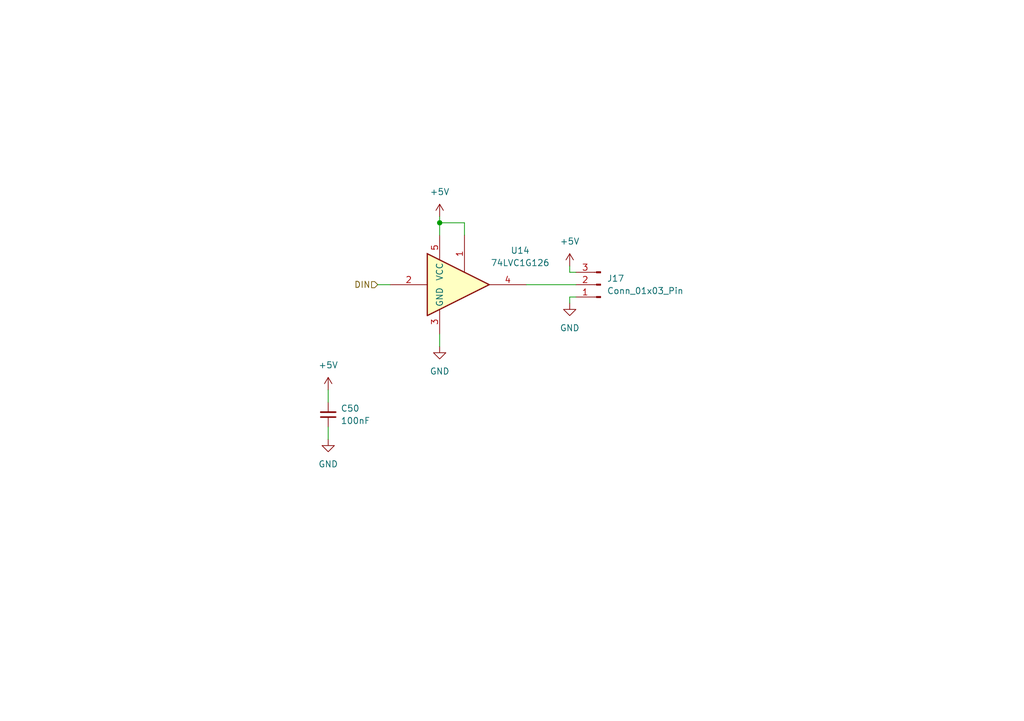
<source format=kicad_sch>
(kicad_sch (version 20250114) (generator "eeschema") (generator_version "9.0")
  (paper "A5")
  (lib_symbols
    (symbol "74xGxx:74LVC1G126"
      (property "Reference" "U" (at 2.54 7.62 0))
      (property "Value" "74LVC1G126" (at 2.54 -7.62 0))
      (symbol "74LVC1G126_0_1"
        (polyline (pts (xy -7.62 6.35) (xy -7.62 -6.35) (xy 5.08 0) (xy -7.62 6.35)) (stroke (width 0.254)) (fill (type background)))
      )
      (symbol "74LVC1G126_1_1"
        (pin input line (at -15.24 0 0) (length 7.62) (name "~") (number "2"))
        (pin power_in line (at -5.08 10.16 270) (length 5.08) (name "VCC") (number "5"))
        (pin power_in line (at -5.08 -10.16 90) (length 5.08) (name "GND") (number "3"))
        (pin input line (at 0 10.16 270) (length 7.62) (name "~") (number "1"))
        (pin tri_state line (at 12.7 0 180) (length 7.62) (name "~") (number "4"))
      )
    )
    (symbol "Connector:Conn_01x03_Pin" (pin_names (offset 1.016) (hide yes))
      (property "Reference" "J" (at 0 5.08 0))
      (property "Value" "Conn_01x03_Pin" (at 0 -5.08 0))
      (symbol "Conn_01x03_Pin_1_1"
        (rectangle (start 0.8636 2.667) (end 0 2.413) (stroke (width 0.1524)) (fill (type outline)))
        (rectangle (start 0.8636 0.127) (end 0 -0.127) (stroke (width 0.1524)) (fill (type outline)))
        (rectangle (start 0.8636 -2.413) (end 0 -2.667) (stroke (width 0.1524)) (fill (type outline)))
        (polyline (pts (xy 1.27 2.54) (xy 0.8636 2.54)) (stroke (width 0.1524)))
        (polyline (pts (xy 1.27 0) (xy 0.8636 0)) (stroke (width 0.1524)))
        (polyline (pts (xy 1.27 -2.54) (xy 0.8636 -2.54)) (stroke (width 0.1524)))
        (pin passive line (at 5.08 2.54 180) (length 3.81) (name "Pin_1") (number "1"))
        (pin passive line (at 5.08 0 180) (length 3.81) (name "Pin_2") (number "2"))
        (pin passive line (at 5.08 -2.54 180) (length 3.81) (name "Pin_3") (number "3"))
      )
    )
    (symbol "Device:C_Small" (pin_numbers (hide yes)) (pin_names (offset 0.254) (hide yes))
      (property "Reference" "C" (at 0.254 1.778 0))
      (property "Value" "C_Small" (at 0.254 -2.032 0))
      (symbol "C_Small_0_1"
        (polyline (pts (xy -1.524 0.508) (xy 1.524 0.508)) (stroke (width 0.3048)))
        (polyline (pts (xy -1.524 -0.508) (xy 1.524 -0.508)) (stroke (width 0.3302)))
      )
      (symbol "C_Small_1_1"
        (pin passive line (at 0 2.54 270) (length 2.032) (name "~") (number "1"))
        (pin passive line (at 0 -2.54 90) (length 2.032) (name "~") (number "2"))
      )
    )
    (symbol "power:+5V" (power) (pin_numbers (hide yes)) (pin_names (offset 0) (hide yes))
      (property "Value" "+5V" (at 0 3.556 0))
      (symbol "+5V_0_1"
        (polyline (pts (xy -0.762 1.27) (xy 0 2.54)))
        (polyline (pts (xy 0 2.54) (xy 0.762 1.27)))
        (polyline (pts (xy 0 0) (xy 0 2.54)))
      )
      (symbol "+5V_1_1"
        (pin power_in line (at 0 0 90) (length 0) (name "~") (number "1"))
      )
    )
    (symbol "power:GND" (power) (pin_numbers (hide yes)) (pin_names (offset 0) (hide yes))
      (property "Value" "GND" (at 0 -3.81 0))
      (symbol "GND_0_1"
        (polyline (pts (xy 0 0) (xy 0 -1.27) (xy 1.27 -1.27) (xy 0 -2.54) (xy -1.27 -1.27) (xy 0 -1.27)))
      )
      (symbol "GND_1_1"
        (pin power_in line (at 0 0 270) (length 0) (name "~") (number "1"))
      )
    )
  )
  (junction (at 90.17 45.72))
  (wire (pts (xy 116.84 54.61) (xy 116.84 55.88)))
  (wire (pts (xy 90.17 68.58) (xy 90.17 71.12)))
  (wire (pts (xy 95.25 45.72) (xy 95.25 48.26)))
  (wire (pts (xy 116.84 62.23) (xy 116.84 60.96)))
  (wire (pts (xy 67.31 87.63) (xy 67.31 90.17)))
  (wire (pts (xy 116.84 55.88) (xy 118.11 55.88)))
  (wire (pts (xy 90.17 45.72) (xy 95.25 45.72)))
  (wire (pts (xy 77.47 58.42) (xy 80.01 58.42)))
  (wire (pts (xy 116.84 60.96) (xy 118.11 60.96)))
  (wire (pts (xy 107.95 58.42) (xy 118.11 58.42)))
  (wire (pts (xy 90.17 45.72) (xy 90.17 48.26)))
  (wire (pts (xy 67.31 80.01) (xy 67.31 82.55)))
  (wire (pts (xy 90.17 44.45) (xy 90.17 45.72)))
  (hierarchical_label "DIN" (shape input) (at 77.47 58.42 180))
  (symbol (lib_id "power:+5V") (at 116.84 54.61 0) (unit 1)
    (property "Reference" "#PWR0105" (effects (hide yes)))
    (property "Value" "+5V" (at 116.84 49.53 0))
    (property "Description" "Power symbol creates a global label with name \"+5V\"" (effects (hide yes)))
    (instances (project "turtleboard" (path "" (reference "#PWR0117") (unit 1)) (path "" (reference "#PWR0210") (unit 1)) (path "" (reference "#PWR0111") (unit 1)) (path "" (reference "#PWR0123") (unit 1)) (path "" (reference "#PWR0105") (unit 1))))
  )
  (symbol (lib_id "power:GND") (at 116.84 62.23 0) (unit 1)
    (property "Reference" "#PWR0106" (effects (hide yes)))
    (property "Value" "GND" (at 116.84 67.31 0))
    (property "Description" "Power symbol creates a global label with name \"GND\" , ground" (effects (hide yes)))
    (instances (project "turtleboard" (path "" (reference "#PWR0118") (unit 1)) (path "" (reference "#PWR0211") (unit 1)) (path "" (reference "#PWR0112") (unit 1)) (path "" (reference "#PWR0124") (unit 1)) (path "" (reference "#PWR0106") (unit 1))))
  )
  (symbol (lib_id "74xGxx:74LVC1G126") (at 95.25 58.42 0) (unit 1)
    (property "Reference" "U12" (at 106.68 51.4061 0))
    (property "Value" "74LVC1G126" (at 106.68 53.9461 0))
    (property "Footprint" "Package_TO_SOT_SMD:SOT-353_SC-70-5" (effects (hide yes)))
    (property "Datasheet" "http://www.ti.com/lit/sg/scyt129e/scyt129e.pdf" (effects (hide yes)))
    (property "Description" "Single Buffer Gate Tri-State, Low-Voltage CMOS" (effects (hide yes)))
    (property "LCSC" "C7394032" (effects (hide yes)))
    (instances (project "turtleboard" (path "" (reference "U14") (unit 1)) (path "" (reference "U22") (unit 1)) (path "" (reference "U13") (unit 1)) (path "" (reference "U15") (unit 1)) (path "" (reference "U12") (unit 1))))
  )
  (symbol (lib_id "power:GND") (at 67.31 90.17 0) (unit 1)
    (property "Reference" "#PWR0102" (effects (hide yes)))
    (property "Value" "GND" (at 67.31 95.25 0))
    (property "Description" "Power symbol creates a global label with name \"GND\" , ground" (effects (hide yes)))
    (instances (project "turtleboard" (path "" (reference "#PWR0114") (unit 1)) (path "" (reference "#PWR0202") (unit 1)) (path "" (reference "#PWR0108") (unit 1)) (path "" (reference "#PWR0120") (unit 1)) (path "" (reference "#PWR0102") (unit 1))))
  )
  (symbol (lib_id "power:+5V") (at 90.17 44.45 0) (unit 1)
    (property "Reference" "#PWR0103" (effects (hide yes)))
    (property "Value" "+5V" (at 90.17 39.37 0))
    (property "Description" "Power symbol creates a global label with name \"+5V\"" (effects (hide yes)))
    (instances (project "turtleboard" (path "" (reference "#PWR0115") (unit 1)) (path "" (reference "#PWR0207") (unit 1)) (path "" (reference "#PWR0109") (unit 1)) (path "" (reference "#PWR0121") (unit 1)) (path "" (reference "#PWR0103") (unit 1))))
  )
  (symbol (lib_id "Device:C_Small") (at 67.31 85.09 180) (unit 1)
    (property "Reference" "C48" (at 69.85 83.8136 0) (effects (justify right)))
    (property "Value" "100nF" (at 69.85 86.3536 0) (effects (justify right)))
    (property "Footprint" "Capacitor_SMD:C_0603_1608Metric" (effects (hide yes)))
    (property "Description" "Unpolarized capacitor, small symbol" (effects (hide yes)))
    (property "LCSC" "C14663" (effects (hide yes)))
    (instances (project "turtleboard" (path "" (reference "C50") (unit 1)) (path "" (reference "C80") (unit 1)) (path "" (reference "C49") (unit 1)) (path "" (reference "C51") (unit 1)) (path "" (reference "C48") (unit 1))))
  )
  (symbol (lib_id "power:+5V") (at 67.31 80.01 0) (unit 1)
    (property "Reference" "#PWR0101" (effects (hide yes)))
    (property "Value" "+5V" (at 67.31 74.93 0))
    (property "Description" "Power symbol creates a global label with name \"+5V\"" (effects (hide yes)))
    (instances (project "turtleboard" (path "" (reference "#PWR0113") (unit 1)) (path "" (reference "#PWR0201") (unit 1)) (path "" (reference "#PWR0107") (unit 1)) (path "" (reference "#PWR0119") (unit 1)) (path "" (reference "#PWR0101") (unit 1))))
  )
  (symbol (lib_id "power:GND") (at 90.17 71.12 0) (unit 1)
    (property "Reference" "#PWR0104" (effects (hide yes)))
    (property "Value" "GND" (at 90.17 76.2 0))
    (property "Description" "Power symbol creates a global label with name \"GND\" , ground" (effects (hide yes)))
    (instances (project "turtleboard" (path "" (reference "#PWR0116") (unit 1)) (path "" (reference "#PWR0208") (unit 1)) (path "" (reference "#PWR0110") (unit 1)) (path "" (reference "#PWR0122") (unit 1)) (path "" (reference "#PWR0104") (unit 1))))
  )
  (symbol (lib_id "Connector:Conn_01x03_Pin") (at 123.19 58.42 180) (unit 1)
    (property "Reference" "J15" (at 124.46 57.15 0) (effects (justify right)))
    (property "Value" "Conn_01x03_Pin" (at 124.46 59.69 0) (effects (justify right)))
    (property "Footprint" "Connector_JST:JST_XH_B3B-XH-A_1x03_P2.50mm_Vertical" (effects (hide yes)))
    (property "Description" "Generic connector, single row, 01x03, script generated" (effects (hide yes)))
    (property "LCSC" "C565985" (effects (hide yes)))
    (instances (project "turtleboard" (path "" (reference "J17") (unit 1)) (path "" (reference "J40") (unit 1)) (path "" (reference "J16") (unit 1)) (path "" (reference "J18") (unit 1)) (path "" (reference "J15") (unit 1))))
  )
)
</source>
